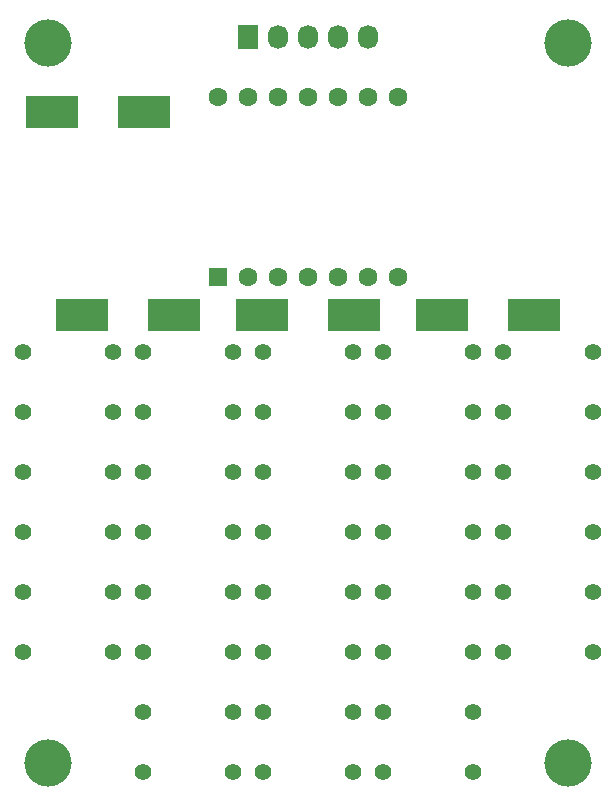
<source format=gts>
%TF.GenerationSoftware,KiCad,Pcbnew,(after 2015-mar-04 BZR unknown)-product*%
%TF.CreationDate,2015-05-12T22:31:50+02:00*%
%TF.JobID,7seg_htk16k33,377365675F68746B31366B33332E6B69,rev?*%
%TF.FileFunction,Soldermask,Top*%
%FSLAX46Y46*%
G04 Gerber Fmt 4.6, Leading zero omitted, Abs format (unit mm)*
G04 Created by KiCad (PCBNEW (after 2015-mar-04 BZR unknown)-product) date 12/05/2015 22:31:50*
%MOMM*%
G01*
G04 APERTURE LIST*
%ADD10C,0.020000*%
%ADD11C,4.000000*%
%ADD12C,1.397000*%
%ADD13R,4.498340X2.700020*%
%ADD14R,1.600000X1.600000*%
%ADD15C,1.600000*%
%ADD16R,1.727200X2.032000*%
%ADD17O,1.727200X2.032000*%
G04 APERTURE END LIST*
D10*
D11*
X47000000Y-64000000D03*
X3000000Y-64000000D03*
X3000000Y-3000000D03*
D12*
X49130000Y-29210000D03*
X49130000Y-34290000D03*
X41510000Y-29210000D03*
X41510000Y-34290000D03*
D13*
X3318560Y-8890000D03*
X11121440Y-8890000D03*
X36338560Y-26035000D03*
X44141440Y-26035000D03*
X5858560Y-26035000D03*
X13661440Y-26035000D03*
X21098560Y-26035000D03*
X28901440Y-26035000D03*
D14*
X17380000Y-22860000D03*
D15*
X19920000Y-22860000D03*
X22460000Y-22860000D03*
X25000000Y-22860000D03*
X27540000Y-22860000D03*
X30080000Y-22860000D03*
X32620000Y-22860000D03*
X32620000Y-7620000D03*
X30080000Y-7620000D03*
X27540000Y-7620000D03*
X25000000Y-7620000D03*
X22460000Y-7620000D03*
X19920000Y-7620000D03*
X17380000Y-7620000D03*
D16*
X19920000Y-2540000D03*
D17*
X22460000Y-2540000D03*
X25000000Y-2540000D03*
X27540000Y-2540000D03*
X30080000Y-2540000D03*
D12*
X18650000Y-29210000D03*
X18650000Y-34290000D03*
X11030000Y-29210000D03*
X11030000Y-34290000D03*
X18650000Y-39370000D03*
X18650000Y-44450000D03*
X11030000Y-39370000D03*
X11030000Y-44450000D03*
X18650000Y-49530000D03*
X18650000Y-54610000D03*
X11030000Y-49530000D03*
X11030000Y-54610000D03*
X28810000Y-29210000D03*
X28810000Y-34290000D03*
X21190000Y-29210000D03*
X21190000Y-34290000D03*
X28810000Y-39370000D03*
X28810000Y-44450000D03*
X21190000Y-39370000D03*
X21190000Y-44450000D03*
X28810000Y-49530000D03*
X28810000Y-54610000D03*
X21190000Y-49530000D03*
X21190000Y-54610000D03*
X38970000Y-29210000D03*
X38970000Y-34290000D03*
X31350000Y-29210000D03*
X31350000Y-34290000D03*
X38970000Y-39370000D03*
X38970000Y-44450000D03*
X31350000Y-39370000D03*
X31350000Y-44450000D03*
X38970000Y-49530000D03*
X38970000Y-54610000D03*
X31350000Y-49530000D03*
X31350000Y-54610000D03*
X38970000Y-59690000D03*
X38970000Y-64770000D03*
X31350000Y-59690000D03*
X31350000Y-64770000D03*
X28810000Y-59690000D03*
X28810000Y-64770000D03*
X21190000Y-59690000D03*
X21190000Y-64770000D03*
X18650000Y-59690000D03*
X18650000Y-64770000D03*
X11030000Y-59690000D03*
X11030000Y-64770000D03*
X8490000Y-29210000D03*
X8490000Y-34290000D03*
X870000Y-29210000D03*
X870000Y-34290000D03*
X8490000Y-39370000D03*
X8490000Y-44450000D03*
X870000Y-39370000D03*
X870000Y-44450000D03*
X8490000Y-49530000D03*
X8490000Y-54610000D03*
X870000Y-49530000D03*
X870000Y-54610000D03*
X49130000Y-39370000D03*
X49130000Y-44450000D03*
X41510000Y-39370000D03*
X41510000Y-44450000D03*
X49130000Y-49530000D03*
X49130000Y-54610000D03*
X41510000Y-49530000D03*
X41510000Y-54610000D03*
D11*
X47000000Y-3000000D03*
M02*

</source>
